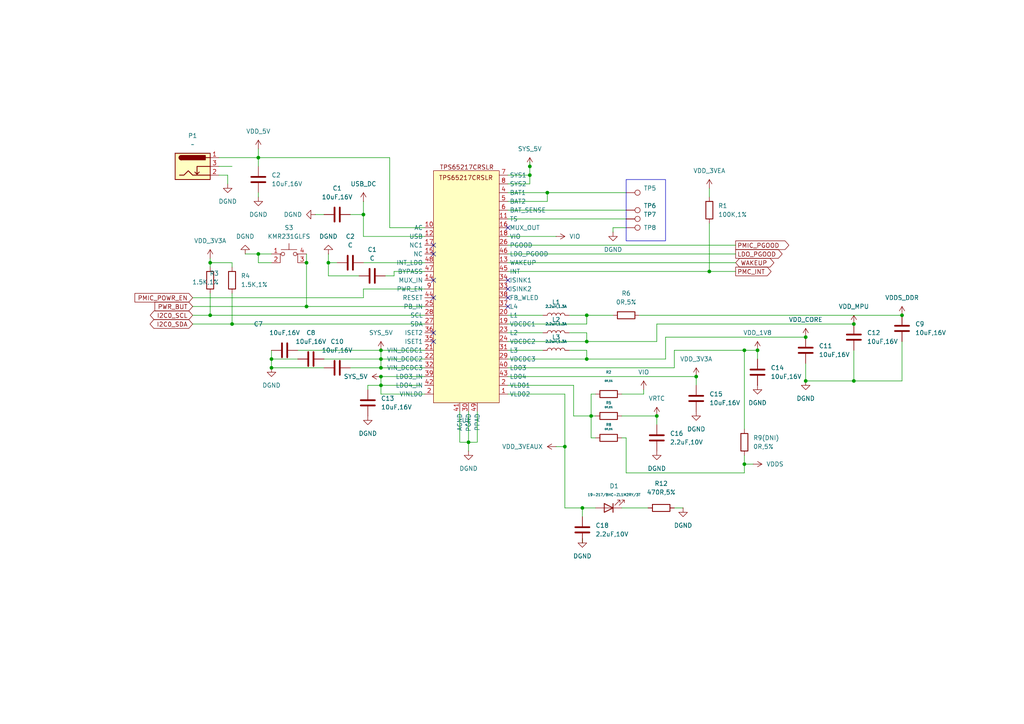
<source format=kicad_sch>
(kicad_sch (version 20231120) (generator "eeschema") (generator_version "8.0")
  (paper "A4")
  (lib_symbols
    (symbol "Connector:Barrel_Jack_Switch" (pin_names hide)
      (property "Reference" "J" (at 0 5.334 0))
      (property "Value" "Barrel_Jack_Switch" (at 0 -5.08 0))
      (symbol "Barrel_Jack_Switch_0_1"
        (rectangle (start -5.08 3.81) (end 5.08 -3.81) (stroke (width 0.254)) (fill (type background)))
        (arc (start -3.302 3.175) (mid -3.9343 2.54) (end -3.302 1.905) (stroke (width 0.254)))
        (arc (start -3.302 3.175) (mid -3.9343 2.54) (end -3.302 1.905) (stroke (width 0.254)) (fill (type outline)))
        (polyline (pts (xy 1.27 -2.286) (xy 1.905 -1.651)) (stroke (width 0.254)))
        (polyline (pts (xy 5.08 2.54) (xy 3.81 2.54)) (stroke (width 0.254)))
        (polyline (pts (xy 5.08 0) (xy 1.27 0) (xy 1.27 -2.286) (xy 0.635 -1.651)) (stroke (width 0.254)))
        (polyline (pts (xy -3.81 -2.54) (xy -2.54 -2.54) (xy -1.27 -1.27) (xy 0 -2.54) (xy 2.54 -2.54) (xy 5.08 -2.54)) (stroke (width 0.254)))
        (rectangle (start 3.683 3.175) (end -3.302 1.905) (stroke (width 0.254)) (fill (type outline)))
      )
      (symbol "Barrel_Jack_Switch_1_1"
        (pin passive line (at 7.62 2.54 180) (length 2.54) (name "~") (number "1"))
        (pin passive line (at 7.62 -2.54 180) (length 2.54) (name "~") (number "2"))
        (pin passive line (at 7.62 0 180) (length 2.54) (name "~") (number "3"))
      )
    )
    (symbol "Connector:TestPoint" (pin_numbers hide) (pin_names (offset 0.762) hide)
      (property "Reference" "TP" (at 0 6.858 0))
      (property "Value" "TestPoint" (at 0 5.08 0))
      (symbol "TestPoint_0_1"
        (circle (center 0 3.302) (radius 0.762))
      )
      (symbol "TestPoint_1_1"
        (pin passive line (at 0 0 90) (length 2.54) (name "1") (number "1"))
      )
    )
    (symbol "Device:C" (pin_numbers hide) (pin_names (offset 0.254))
      (property "Reference" "C" (at 0.635 2.54 0))
      (property "Value" "C" (at 0.635 -2.54 0))
      (symbol "C_0_1"
        (polyline (pts (xy -2.032 -0.762) (xy 2.032 -0.762)) (stroke (width 0.508)))
        (polyline (pts (xy -2.032 0.762) (xy 2.032 0.762)) (stroke (width 0.508)))
      )
      (symbol "C_1_1"
        (pin passive line (at 0 3.81 270) (length 2.794) (name "~") (number "1"))
        (pin passive line (at 0 -3.81 90) (length 2.794) (name "~") (number "2"))
      )
    )
    (symbol "Device:L" (pin_numbers hide) (pin_names (offset 1.016) hide)
      (property "Reference" "L" (at -1.27 0 90))
      (property "Value" "L" (at 1.905 0 90))
      (symbol "L_0_1"
        (arc (start 0 -2.54) (mid 0.6323 -1.905) (end 0 -1.27))
        (arc (start 0 -1.27) (mid 0.6323 -0.635) (end 0 0))
        (arc (start 0 0) (mid 0.6323 0.635) (end 0 1.27))
        (arc (start 0 1.27) (mid 0.6323 1.905) (end 0 2.54))
      )
      (symbol "L_1_1"
        (pin passive line (at 0 3.81 270) (length 1.27) (name "1") (number "1"))
        (pin passive line (at 0 -3.81 90) (length 1.27) (name "2") (number "2"))
      )
    )
    (symbol "Device:LED" (pin_numbers hide) (pin_names (offset 1.016) hide)
      (property "Reference" "D" (at 0 2.54 0))
      (property "Value" "LED" (at 0 -2.54 0))
      (symbol "LED_0_1"
        (polyline (pts (xy -1.27 -1.27) (xy -1.27 1.27)) (stroke (width 0.254)))
        (polyline (pts (xy -1.27 0) (xy 1.27 0)))
        (polyline (pts (xy 1.27 -1.27) (xy 1.27 1.27) (xy -1.27 0) (xy 1.27 -1.27)) (stroke (width 0.254)))
        (polyline (pts (xy -3.048 -0.762) (xy -4.572 -2.286) (xy -3.81 -2.286) (xy -4.572 -2.286) (xy -4.572 -1.524)))
        (polyline (pts (xy -1.778 -0.762) (xy -3.302 -2.286) (xy -2.54 -2.286) (xy -3.302 -2.286) (xy -3.302 -1.524)))
      )
      (symbol "LED_1_1"
        (pin passive line (at -3.81 0 0) (length 2.54) (name "K") (number "1"))
        (pin passive line (at 3.81 0 180) (length 2.54) (name "A") (number "2"))
      )
    )
    (symbol "Device:R" (pin_numbers hide) (pin_names (offset 0))
      (property "Reference" "R" (at 2.032 0 90))
      (property "Value" "R" (at 0 0 90))
      (symbol "R_0_1"
        (rectangle (start -1.016 -2.54) (end 1.016 2.54) (stroke (width 0.254)))
      )
      (symbol "R_1_1"
        (pin passive line (at 0 3.81 270) (length 1.27) (name "~") (number "1"))
        (pin passive line (at 0 -3.81 90) (length 1.27) (name "~") (number "2"))
      )
    )
    (symbol "Switch:SW_MEC_5E" (pin_names (offset 1.016) hide)
      (property "Reference" "SW" (at 0.635 5.715 0))
      (property "Value" "SW_MEC_5E" (at 0 -3.175 0))
      (symbol "SW_MEC_5E_0_1"
        (circle (center -1.778 2.54) (radius 0.508))
        (polyline (pts (xy -2.286 3.81) (xy 2.286 3.81)))
        (polyline (pts (xy 0 3.81) (xy 0 5.588)))
        (polyline (pts (xy -2.54 0) (xy -2.54 2.54) (xy -2.286 2.54)))
        (polyline (pts (xy 2.54 0) (xy 2.54 2.54) (xy 2.286 2.54)))
        (circle (center 1.778 2.54) (radius 0.508))
        (pin passive line (at -5.08 2.54 0) (length 2.54) (name "1") (number "1"))
        (pin passive line (at -5.08 0 0) (length 2.54) (name "2") (number "2"))
        (pin passive line (at 5.08 0 180) (length 2.54) (name "K") (number "3"))
        (pin passive line (at 5.08 2.54 180) (length 2.54) (name "A") (number "4"))
      )
    )
    (symbol "power:GND" (power) (pin_numbers hide) (pin_names (offset 0) hide)
      (property "Value" "DGND" (at 0 -5.08 0))
      (symbol "GND_0_1"
        (polyline (pts (xy 0 0) (xy 0 -1.27) (xy 1.27 -1.27) (xy 0 -2.54) (xy -1.27 -1.27) (xy 0 -1.27)))
      )
      (symbol "GND_1_1"
        (pin power_in line (at 0 0 270) (length 0) (name "~") (number "1"))
      )
    )
    (symbol "power:VCC" (power) (pin_numbers hide) (pin_names (offset 0) hide)
      (property "Value" "VCC" (at 0 3.556 0))
      (symbol "VCC_0_1"
        (polyline (pts (xy -0.762 1.27) (xy 0 2.54)))
        (polyline (pts (xy 0 0) (xy 0 2.54)))
        (polyline (pts (xy 0 2.54) (xy 0.762 1.27)))
      )
      (symbol "VCC_1_1"
        (pin power_in line (at 0 0 90) (length 0) (name "~") (number "1"))
      )
    )
    (symbol "power:VDD" (power) (pin_numbers hide) (pin_names (offset 0) hide)
      (property "Value" "VDD" (at 0 3.556 0))
      (symbol "VDD_0_1"
        (polyline (pts (xy -0.762 1.27) (xy 0 2.54)))
        (polyline (pts (xy 0 0) (xy 0 2.54)))
        (polyline (pts (xy 0 2.54) (xy 0.762 1.27)))
      )
      (symbol "VDD_1_1"
        (pin power_in line (at 0 0 90) (length 0) (name "~") (number "1"))
      )
    )
    (symbol "powermanagementchip:TPS65217CRSLR"
      (property "Reference" "U1" (at 9.525 -5.08 0))
      (property "Value" "~" (at 9.525 -6.35 0))
      (symbol "TPS65217CRSLR_1_1"
        (rectangle (start 0 67.31) (end 19.05 0) (fill (type color) (color 255 255 194 1)))
        (text "TPS65217CRSLR\n" (at 9.398 65.278 0) (effects (font (size 1.27 1.27))))
        (text "TPS65217CRSLR\n" (at 9.652 68.326 0) (effects (font (size 1.27 1.27))))
        (pin input line (at 19.05 2.54 0) (length 2.54) (name "VLD02") (number "1"))
        (pin input line (at 0 50.8 180) (length 2.54) (name "AC") (number "10"))
        (pin input line (at 19.05 53.34 0) (length 2.54) (name "TS") (number "11"))
        (pin input line (at 0 48.26 180) (length 2.54) (name "USB") (number "12"))
        (pin input line (at 19.05 40.64 0) (length 2.54) (name "WAKEUP") (number "13"))
        (pin input line (at 0 35.56 180) (length 2.54) (name "MUX_IN") (number "14"))
        (pin input line (at 0 43.18 180) (length 2.54) (name "NC") (number "15"))
        (pin input line (at 19.05 50.8 0) (length 2.54) (name "MUX_OUT") (number "16"))
        (pin input line (at 0 45.72 180) (length 2.54) (name "NC1") (number "17"))
        (pin input line (at 19.05 48.26 0) (length 2.54) (name "VIO") (number "18"))
        (pin input line (at 19.05 22.86 0) (length 2.54) (name "VDCDC1") (number "19"))
        (pin input line (at 0 2.54 180) (length 2.54) (name "VINLDO") (number "2"))
        (pin input line (at 19.05 5.08 0) (length 2.54) (name "VLD01") (number "2"))
        (pin input line (at 19.05 25.4 0) (length 2.54) (name "L1") (number "20"))
        (pin input line (at 0 15.24 180) (length 2.54) (name "VIN_DCDC1") (number "21"))
        (pin input line (at 0 12.7 180) (length 2.54) (name "VIN_DCDC2") (number "22"))
        (pin input line (at 19.05 20.32 0) (length 2.54) (name "L2") (number "23"))
        (pin input line (at 19.05 17.78 0) (length 2.54) (name "VDCDC2") (number "24"))
        (pin input line (at 0 27.94 180) (length 2.54) (name "PB_IN") (number "25"))
        (pin input line (at 19.05 45.72 0) (length 2.54) (name "PGOOD") (number "26"))
        (pin input line (at 0 22.86 180) (length 2.54) (name "SDA") (number "27"))
        (pin input line (at 0 25.4 180) (length 2.54) (name "SCL") (number "28"))
        (pin input line (at 19.05 12.7 0) (length 2.54) (name "VDCDC3") (number "29"))
        (pin input line (at 10.16 0 270) (length 2.54) (name "PGND") (number "30"))
        (pin input line (at 19.05 15.24 0) (length 2.54) (name "L3") (number "31"))
        (pin input line (at 0 10.16 180) (length 2.54) (name "VIN_DCDC3") (number "32"))
        (pin input line (at 19.05 33.02 0) (length 2.54) (name "ISINK2") (number "33"))
        (pin input line (at 19.05 35.56 0) (length 2.54) (name "ISINK1") (number "34"))
        (pin input line (at 0 17.78 180) (length 2.54) (name "ISET1") (number "35"))
        (pin input line (at 0 20.32 180) (length 2.54) (name "ISET2") (number "36"))
        (pin input line (at 19.05 27.94 0) (length 2.54) (name "L4") (number "37"))
        (pin input line (at 19.05 30.48 0) (length 2.54) (name "FB_WLED") (number "38"))
        (pin input line (at 0 7.62 180) (length 2.54) (name "LDO3_IN") (number "39"))
        (pin input line (at 19.05 60.96 0) (length 2.54) (name "BAT1") (number "4"))
        (pin input line (at 19.05 10.16 0) (length 2.54) (name "LD03") (number "40"))
        (pin input line (at 7.62 0 270) (length 2.54) (name "AGND") (number "41"))
        (pin input line (at 0 5.08 180) (length 2.54) (name "LDO4_IN") (number "42"))
        (pin input line (at 19.05 7.62 0) (length 2.54) (name "LD04") (number "43"))
        (pin input line (at 0 30.48 180) (length 2.54) (name "RESET") (number "44"))
        (pin input line (at 19.05 38.1 0) (length 2.54) (name "INT") (number "45"))
        (pin input line (at 19.05 43.18 0) (length 2.54) (name "LDO_PGOOD") (number "46"))
        (pin input line (at 0 38.1 180) (length 2.54) (name "BYPASS") (number "47"))
        (pin input line (at 0 40.64 180) (length 2.54) (name "INT_LDO") (number "48"))
        (pin input line (at 12.7 0 270) (length 2.54) (name "PPAD") (number "49"))
        (pin input line (at 19.05 58.42 0) (length 2.54) (name "BAT2") (number "5"))
        (pin input line (at 19.05 55.88 0) (length 2.54) (name "BAT_SENSE") (number "6"))
        (pin input line (at 19.05 66.04 0) (length 2.54) (name "SYS1") (number "7"))
        (pin input line (at 19.05 63.5 0) (length 2.54) (name "SYS2") (number "8"))
        (pin input line (at 0 33.02 180) (length 2.54) (name "PWR_EN") (number "9"))
      )
    )
  )
  (junction (at 233.68 110.49))
  (junction (at 233.68 97.79))
  (junction (at 190.5 120.65))
  (junction (at 219.71 101.6))
  (junction (at 247.65 110.49))
  (junction (at 74.93 45.72))
  (junction (at 78.74 106.68))
  (junction (at 170.18 91.44))
  (junction (at 171.45 120.65))
  (junction (at 135.89 128.27))
  (junction (at 170.18 99.06))
  (junction (at 215.9 134.62))
  (junction (at 201.93 109.22))
  (junction (at 261.62 91.44))
  (junction (at 110.49 101.6))
  (junction (at 110.49 111.76))
  (junction (at 105.41 62.23))
  (junction (at 153.67 48.26))
  (junction (at 60.96 91.44))
  (junction (at 153.67 50.8))
  (junction (at 163.83 129.54))
  (junction (at 78.74 104.14))
  (junction (at 110.49 106.68))
  (junction (at 60.96 76.2))
  (junction (at 158.75 55.88))
  (junction (at 88.9 76.2))
  (junction (at 74.93 73.66))
  (junction (at 170.18 104.14))
  (junction (at 205.74 78.74))
  (junction (at 67.31 93.98))
  (junction (at 247.65 93.98))
  (junction (at 110.49 109.22))
  (junction (at 95.25 76.2))
  (junction (at 110.49 104.14))
  (junction (at 88.9 88.9))
  (junction (at 215.9 101.6))
  (junction (at 168.91 147.32))
  (no_connect (at 125.73 71.12))
  (no_connect (at 147.32 86.36))
  (no_connect (at 147.32 88.9))
  (no_connect (at 147.32 81.28))
  (no_connect (at 125.73 96.52))
  (no_connect (at 125.73 73.66))
  (no_connect (at 125.73 99.06))
  (no_connect (at 125.73 86.36))
  (no_connect (at 147.32 66.04))
  (no_connect (at 125.73 81.28))
  (no_connect (at 147.32 83.82))
  (wire (pts (xy 147.32 106.68) (xy 195.58 106.68)))
  (wire (pts (xy 168.91 147.32) (xy 172.72 147.32)))
  (wire (pts (xy 67.31 76.2) (xy 60.96 76.2)))
  (wire (pts (xy 106.68 111.76) (xy 106.68 113.03)))
  (wire (pts (xy 95.25 76.2) (xy 97.79 76.2)))
  (wire (pts (xy 215.9 101.6) (xy 215.9 124.46)))
  (wire (pts (xy 171.45 120.65) (xy 172.72 120.65)))
  (wire (pts (xy 247.65 110.49) (xy 261.62 110.49)))
  (wire (pts (xy 78.74 104.14) (xy 86.36 104.14)))
  (wire (pts (xy 168.91 147.32) (xy 168.91 149.86)))
  (wire (pts (xy 88.9 88.9) (xy 123.19 88.9)))
  (wire (pts (xy 170.18 91.44) (xy 177.8 91.44)))
  (wire (pts (xy 219.71 101.6) (xy 219.71 104.14)))
  (wire (pts (xy 74.93 76.2) (xy 74.93 73.66)))
  (wire (pts (xy 147.32 91.44) (xy 157.48 91.44)))
  (wire (pts (xy 147.32 78.74) (xy 205.74 78.74)))
  (wire (pts (xy 185.42 91.44) (xy 261.62 91.44)))
  (wire (pts (xy 105.41 62.23) (xy 105.41 68.58)))
  (wire (pts (xy 93.98 106.68) (xy 78.74 106.68)))
  (wire (pts (xy 147.32 104.14) (xy 170.18 104.14)))
  (wire (pts (xy 180.34 114.3) (xy 186.69 114.3)))
  (wire (pts (xy 60.96 76.2) (xy 60.96 77.47)))
  (wire (pts (xy 180.34 120.65) (xy 190.5 120.65)))
  (wire (pts (xy 133.35 119.38) (xy 133.35 128.27)))
  (wire (pts (xy 166.37 111.76) (xy 166.37 120.65)))
  (wire (pts (xy 74.93 43.18) (xy 74.93 45.72)))
  (wire (pts (xy 78.74 76.2) (xy 74.93 76.2)))
  (wire (pts (xy 215.9 134.62) (xy 218.44 134.62)))
  (wire (pts (xy 55.88 86.36) (xy 105.41 86.36)))
  (wire (pts (xy 60.96 74.93) (xy 60.96 76.2)))
  (wire (pts (xy 170.18 104.14) (xy 193.04 104.14)))
  (wire (pts (xy 195.58 106.68) (xy 195.58 101.6)))
  (wire (pts (xy 88.9 73.66) (xy 88.9 76.2)))
  (wire (pts (xy 101.6 62.23) (xy 105.41 62.23)))
  (wire (pts (xy 153.67 50.8) (xy 153.67 53.34)))
  (wire (pts (xy 205.74 78.74) (xy 213.36 78.74)))
  (wire (pts (xy 193.04 97.79) (xy 233.68 97.79)))
  (wire (pts (xy 110.49 104.14) (xy 123.19 104.14)))
  (wire (pts (xy 158.75 55.88) (xy 181.61 55.88)))
  (wire (pts (xy 190.5 93.98) (xy 247.65 93.98)))
  (wire (pts (xy 247.65 101.6) (xy 247.65 110.49)))
  (wire (pts (xy 123.19 78.74) (xy 114.3 78.74)))
  (wire (pts (xy 177.8 66.04) (xy 177.8 67.31)))
  (wire (pts (xy 147.32 58.42) (xy 158.75 58.42)))
  (wire (pts (xy 153.67 48.26) (xy 153.67 50.8)))
  (wire (pts (xy 261.62 99.06) (xy 261.62 110.49)))
  (wire (pts (xy 67.31 77.47) (xy 67.31 76.2)))
  (wire (pts (xy 55.88 91.44) (xy 60.96 91.44)))
  (wire (pts (xy 101.6 106.68) (xy 110.49 106.68)))
  (wire (pts (xy 193.04 104.14) (xy 193.04 97.79)))
  (wire (pts (xy 114.3 78.74) (xy 114.3 80.01)))
  (wire (pts (xy 138.43 119.38) (xy 138.43 128.27)))
  (wire (pts (xy 205.74 54.61) (xy 205.74 57.15)))
  (wire (pts (xy 190.5 120.65) (xy 190.5 123.19)))
  (wire (pts (xy 195.58 101.6) (xy 215.9 101.6)))
  (wire (pts (xy 74.93 73.66) (xy 78.74 73.66)))
  (wire (pts (xy 123.19 66.04) (xy 113.03 66.04)))
  (wire (pts (xy 63.5 45.72) (xy 74.93 45.72)))
  (wire (pts (xy 215.9 134.62) (xy 215.9 137.16)))
  (wire (pts (xy 215.9 101.6) (xy 219.71 101.6)))
  (wire (pts (xy 233.68 105.41) (xy 233.68 110.49)))
  (wire (pts (xy 153.67 46.99) (xy 153.67 48.26)))
  (wire (pts (xy 67.31 85.09) (xy 67.31 93.98)))
  (wire (pts (xy 205.74 64.77) (xy 205.74 78.74)))
  (wire (pts (xy 147.32 53.34) (xy 153.67 53.34)))
  (wire (pts (xy 110.49 104.14) (xy 110.49 106.68)))
  (wire (pts (xy 105.41 83.82) (xy 123.19 83.82)))
  (wire (pts (xy 110.49 109.22) (xy 110.49 111.76)))
  (wire (pts (xy 195.58 147.32) (xy 198.12 147.32)))
  (wire (pts (xy 147.32 68.58) (xy 161.29 68.58)))
  (wire (pts (xy 170.18 99.06) (xy 190.5 99.06)))
  (wire (pts (xy 233.68 110.49) (xy 247.65 110.49)))
  (wire (pts (xy 135.89 119.38) (xy 135.89 128.27)))
  (wire (pts (xy 165.1 91.44) (xy 170.18 91.44)))
  (wire (pts (xy 104.14 80.01) (xy 95.25 80.01)))
  (wire (pts (xy 147.32 60.96) (xy 181.61 60.96)))
  (wire (pts (xy 147.32 76.2) (xy 213.36 76.2)))
  (wire (pts (xy 147.32 101.6) (xy 157.48 101.6)))
  (wire (pts (xy 168.91 157.48) (xy 168.91 156.21)))
  (wire (pts (xy 110.49 106.68) (xy 123.19 106.68)))
  (wire (pts (xy 186.69 113.03) (xy 186.69 114.3)))
  (wire (pts (xy 170.18 99.06) (xy 170.18 96.52)))
  (wire (pts (xy 88.9 76.2) (xy 88.9 88.9)))
  (wire (pts (xy 163.83 129.54) (xy 163.83 147.32)))
  (wire (pts (xy 181.61 66.04) (xy 177.8 66.04)))
  (wire (pts (xy 147.32 109.22) (xy 201.93 109.22)))
  (wire (pts (xy 78.74 101.6) (xy 78.74 104.14)))
  (wire (pts (xy 123.19 68.58) (xy 105.41 68.58)))
  (wire (pts (xy 67.31 93.98) (xy 123.19 93.98)))
  (wire (pts (xy 55.88 88.9) (xy 88.9 88.9)))
  (wire (pts (xy 147.32 93.98) (xy 170.18 93.98)))
  (wire (pts (xy 170.18 104.14) (xy 170.18 101.6)))
  (wire (pts (xy 113.03 45.72) (xy 74.93 45.72)))
  (wire (pts (xy 201.93 109.22) (xy 201.93 111.76)))
  (wire (pts (xy 165.1 96.52) (xy 170.18 96.52)))
  (wire (pts (xy 163.83 114.3) (xy 163.83 129.54)))
  (wire (pts (xy 163.83 147.32) (xy 168.91 147.32)))
  (wire (pts (xy 105.41 76.2) (xy 123.19 76.2)))
  (wire (pts (xy 147.32 55.88) (xy 158.75 55.88)))
  (wire (pts (xy 215.9 132.08) (xy 215.9 134.62)))
  (wire (pts (xy 55.88 93.98) (xy 67.31 93.98)))
  (wire (pts (xy 105.41 58.42) (xy 105.41 62.23)))
  (wire (pts (xy 78.74 104.14) (xy 78.74 106.68)))
  (wire (pts (xy 110.49 114.3) (xy 123.19 114.3)))
  (wire (pts (xy 135.89 128.27) (xy 138.43 128.27)))
  (wire (pts (xy 147.32 99.06) (xy 170.18 99.06)))
  (wire (pts (xy 171.45 114.3) (xy 172.72 114.3)))
  (wire (pts (xy 110.49 101.6) (xy 123.19 101.6)))
  (wire (pts (xy 171.45 127) (xy 171.45 120.65)))
  (wire (pts (xy 180.34 147.32) (xy 187.96 147.32)))
  (wire (pts (xy 110.49 101.6) (xy 110.49 104.14)))
  (wire (pts (xy 93.98 104.14) (xy 110.49 104.14)))
  (wire (pts (xy 147.32 71.12) (xy 213.36 71.12)))
  (wire (pts (xy 147.32 111.76) (xy 166.37 111.76)))
  (wire (pts (xy 147.32 96.52) (xy 157.48 96.52)))
  (wire (pts (xy 105.41 86.36) (xy 105.41 83.82)))
  (wire (pts (xy 190.5 99.06) (xy 190.5 93.98)))
  (wire (pts (xy 166.37 120.65) (xy 171.45 120.65)))
  (wire (pts (xy 60.96 85.09) (xy 60.96 91.44)))
  (wire (pts (xy 111.76 80.01) (xy 114.3 80.01)))
  (wire (pts (xy 181.61 127) (xy 181.61 137.16)))
  (wire (pts (xy 110.49 111.76) (xy 106.68 111.76)))
  (wire (pts (xy 66.04 50.8) (xy 66.04 53.34)))
  (wire (pts (xy 95.25 73.66) (xy 95.25 76.2)))
  (wire (pts (xy 113.03 66.04) (xy 113.03 45.72)))
  (wire (pts (xy 110.49 111.76) (xy 121.92 111.76)))
  (wire (pts (xy 110.49 111.76) (xy 110.49 114.3)))
  (wire (pts (xy 74.93 45.72) (xy 74.93 48.26)))
  (wire (pts (xy 95.25 80.01) (xy 95.25 76.2)))
  (wire (pts (xy 74.93 55.88) (xy 74.93 57.15)))
  (wire (pts (xy 63.5 50.8) (xy 66.04 50.8)))
  (wire (pts (xy 181.61 127) (xy 180.34 127)))
  (wire (pts (xy 171.45 120.65) (xy 171.45 114.3)))
  (wire (pts (xy 170.18 93.98) (xy 170.18 91.44)))
  (wire (pts (xy 181.61 137.16) (xy 215.9 137.16)))
  (wire (pts (xy 165.1 101.6) (xy 170.18 101.6)))
  (wire (pts (xy 147.32 50.8) (xy 153.67 50.8)))
  (wire (pts (xy 71.12 73.66) (xy 74.93 73.66)))
  (wire (pts (xy 147.32 114.3) (xy 163.83 114.3)))
  (wire (pts (xy 110.49 109.22) (xy 123.19 109.22)))
  (wire (pts (xy 161.29 129.54) (xy 163.83 129.54)))
  (wire (pts (xy 135.89 128.27) (xy 135.89 130.81)))
  (wire (pts (xy 86.36 101.6) (xy 110.49 101.6)))
  (wire (pts (xy 147.32 73.66) (xy 213.36 73.66)))
  (wire (pts (xy 158.75 58.42) (xy 158.75 55.88)))
  (wire (pts (xy 147.32 63.5) (xy 181.61 63.5)))
  (wire (pts (xy 60.96 91.44) (xy 123.19 91.44)))
  (wire (pts (xy 63.5 48.26) (xy 67.31 48.26)))
  (wire (pts (xy 171.45 127) (xy 172.72 127)))
  (wire (pts (xy 91.44 62.23) (xy 93.98 62.23)))
  (wire (pts (xy 133.35 128.27) (xy 135.89 128.27)))
  (rectangle (start 181.61 52.07) (end 193.04 69.85))
  (global_label "PWR_BUT" (shape input) (at 55.88 88.9 180) (property "Intersheetrefs" "${INTERSHEET_REFS}" (effects (hide yes))))
  (global_label "I2C0_SCL" (shape bidirectional) (at 55.88 91.44 180) (property "Intersheetrefs" "${INTERSHEET_REFS}" (effects (hide yes))))
  (global_label "LDO_PGOOD" (shape output) (at 213.36 73.66 0) (property "Intersheetrefs" "${INTERSHEET_REFS}" (effects (hide yes))))
  (global_label "PMIC_PGOOD " (shape output) (at 213.36 71.12 0) (property "Intersheetrefs" "${INTERSHEET_REFS}" (effects (hide yes))))
  (global_label "PMIC_POWR_EN" (shape input) (at 55.88 86.36 180) (property "Intersheetrefs" "${INTERSHEET_REFS}" (effects (hide yes))))
  (global_label "I2C0_SDA" (shape bidirectional) (at 55.88 93.98 180) (property "Intersheetrefs" "${INTERSHEET_REFS}" (effects (hide yes))))
  (global_label "PMC_INT" (shape output) (at 213.36 78.74 0) (property "Intersheetrefs" "${INTERSHEET_REFS}" (effects (hide yes))))
  (global_label "WAKEUP" (shape bidirectional) (at 213.36 76.2 0) (property "Intersheetrefs" "${INTERSHEET_REFS}" (effects (hide yes))))
  (symbol (lib_id "Device:C") (at 82.55 101.6 90) (unit 1)
    (property "Reference" "C7" (at 74.93 93.98 90))
    (property "Value" "10uF,16V" (at 82.55 96.52 90))
    (property "Description" "Unpolarized capacitor" (effects (hide yes)))
  )
  (symbol (lib_id "power:VDD") (at 110.49 109.22 90) (unit 1)
    (property "Reference" "#PWR018" (effects (hide yes)))
    (property "Value" "SYS_5V" (at 106.68 109.2199 90) (effects (justify left)))
    (property "Description" "Power symbol creates a global label with name \"VDD\"" (effects (hide yes)))
  )
  (symbol (lib_id "power:GND") (at 190.5 130.81 0) (unit 1)
    (property "Reference" "#PWR08" (effects (hide yes)))
    (property "Value" "DGND" (at 190.5 135.89 0))
    (property "Description" "Power symbol creates a global label with name \"GND\" , ground" (effects (hide yes)))
  )
  (symbol (lib_id "power:VCC") (at 161.29 68.58 270) (unit 1)
    (property "Reference" "#PWR04" (effects (hide yes)))
    (property "Value" "VIO" (at 165.1 68.5799 90) (effects (justify left)))
    (property "Description" "Power symbol creates a global label with name \"VCC\"" (effects (hide yes)))
  )
  (symbol (lib_id "power:VCC") (at 190.5 120.65 0) (unit 1)
    (property "Reference" "#PWR07" (effects (hide yes)))
    (property "Value" "VRTC" (at 190.5 115.57 0))
    (property "Description" "Power symbol creates a global label with name \"VCC\"" (effects (hide yes)))
  )
  (symbol (lib_id "Device:C") (at 106.68 116.84 0) (unit 1)
    (property "Reference" "C13" (at 110.49 115.5699 0) (effects (justify left)))
    (property "Value" "10uF,16V" (at 110.49 118.1099 0) (effects (justify left)))
    (property "Description" "Unpolarized capacitor" (effects (hide yes)))
  )
  (symbol (lib_id "power:VDD") (at 205.74 54.61 0) (unit 1)
    (property "Reference" "#PWR05" (effects (hide yes)))
    (property "Value" "VDD_3VEA" (at 205.74 49.53 0))
    (property "Description" "Power symbol creates a global label with name \"VDD\"" (effects (hide yes)))
  )
  (symbol (lib_id "Device:R") (at 176.53 127 90) (unit 1)
    (property "Reference" "R8" (at 176.53 123.19 90) (effects (font (size 0.762 0.762))))
    (property "Value" "0R,5%" (at 176.53 124.46 90) (effects (font (size 0.508 0.508))))
    (property "Description" "Resistor" (effects (hide yes)))
  )
  (symbol (lib_id "power:VCC") (at 201.93 109.22 0) (unit 1)
    (property "Reference" "#PWR09" (effects (hide yes)))
    (property "Value" "VDD_3V3A" (at 201.93 104.14 0))
    (property "Description" "Power symbol creates a global label with name \"VCC\"" (effects (hide yes)))
  )
  (symbol (lib_id "power:GND") (at 177.8 67.31 0) (unit 1)
    (property "Reference" "#PWR03" (effects (hide yes)))
    (property "Value" "DGND" (at 177.8 72.39 0))
    (property "Description" "Power symbol creates a global label with name \"GND\" , ground" (effects (hide yes)))
  )
  (symbol (lib_id "Connector:TestPoint") (at 181.61 55.88 270) (unit 1)
    (property "Reference" "TP5" (at 186.69 54.6099 90) (effects (justify left)))
    (property "Value" "TestPoint" (effects (hide yes)))
    (property "Description" "test point" (effects (hide yes)))
  )
  (symbol (lib_id "Device:R") (at 60.96 81.28 0) (unit 1)
    (property "Reference" "R3" (at 63.5 80.0099 0) (effects (justify right bottom)))
    (property "Value" "1.5K,1%" (at 63.5 82.5499 0) (effects (justify right bottom)))
    (property "Description" "Resistor" (effects (hide yes)))
  )
  (symbol (lib_id "power:GND") (at 74.93 57.15 0) (unit 1)
    (property "Reference" "#PWR028" (effects (hide yes)))
    (property "Value" "DGND" (at 74.93 62.23 0))
    (property "Description" "Power symbol creates a global label with name \"GND\" , ground" (effects (hide yes)))
  )
  (symbol (lib_id "Device:C") (at 74.93 52.07 180) (unit 1)
    (property "Reference" "C2" (at 78.74 50.7999 0) (effects (justify right)))
    (property "Value" "10uF,16V" (at 78.74 53.3399 0) (effects (justify right)))
    (property "Description" "Unpolarized capacitor" (effects (hide yes)))
  )
  (symbol (lib_id "powermanagementchip:TPS65217CRSLR") (at 125.73 116.84 0) (unit 1)
    (property "Reference" "U1" (at 135.255 121.92 0))
    (property "Value" "~" (at 135.255 123.19 0))
  )
  (symbol (lib_id "Device:C") (at 107.95 80.01 90) (unit 1)
    (property "Reference" "C1" (at 107.95 72.39 90))
    (property "Value" "C" (at 107.95 74.93 90))
    (property "Description" "Unpolarized capacitor" (effects (hide yes)))
  )
  (symbol (lib_id "power:VDD") (at 161.29 129.54 90) (unit 1)
    (property "Reference" "#PWR030" (effects (hide yes)))
    (property "Value" "VDD_3VEAUX" (at 157.48 129.5399 90) (effects (justify left)))
    (property "Description" "Power symbol creates a global label with name \"VDD\"" (effects (hide yes)))
  )
  (symbol (lib_id "Device:C") (at 201.93 115.57 0) (unit 1)
    (property "Reference" "C15" (at 205.74 114.2999 0) (effects (justify left)))
    (property "Value" "10uF,16V" (at 205.74 116.8399 0) (effects (justify left)))
    (property "Description" "Unpolarized capacitor" (effects (hide yes)))
  )
  (symbol (lib_id "power:VCC") (at 153.67 48.26 0) (unit 1)
    (property "Reference" "#PWR02" (effects (hide yes)))
    (property "Value" "SYS_5V" (at 153.67 43.18 0))
    (property "Description" "Power symbol creates a global label with name \"VCC\"" (effects (hide yes)))
  )
  (symbol (lib_id "power:VDD") (at 60.96 74.93 0) (unit 1)
    (property "Reference" "#PWR023" (effects (hide yes)))
    (property "Value" "VDD_3V3A" (at 60.96 69.85 0))
    (property "Description" "Power symbol creates a global label with name \"VDD\"" (effects (hide yes)))
  )
  (symbol (lib_id "Device:R") (at 191.77 147.32 270) (unit 1)
    (property "Reference" "R12" (at 191.77 140.97 90) (effects (justify bottom)))
    (property "Value" "470R,5%" (at 191.77 143.51 90) (effects (justify bottom)))
    (property "Description" "Resistor" (effects (hide yes)))
  )
  (symbol (lib_id "Connector:Barrel_Jack_Switch") (at 55.88 48.26 0) (unit 1)
    (property "Reference" "P1" (at 55.88 39.37 0))
    (property "Value" "~" (at 55.88 41.91 0))
    (property "Description" "DC Barrel Jack with an internal switch" (effects (hide yes)))
  )
  (symbol (lib_id "power:GND") (at 106.68 120.65 0) (unit 1)
    (property "Reference" "#PWR019" (effects (hide yes)))
    (property "Value" "DGND" (at 106.68 125.73 0))
    (property "Description" "Power symbol creates a global label with name \"GND\" , ground" (effects (hide yes)))
  )
  (symbol (lib_id "power:VCC") (at 219.71 101.6 0) (unit 1)
    (property "Reference" "#PWR011" (effects (hide yes)))
    (property "Value" "VDD_1V8" (at 219.71 96.52 0))
    (property "Description" "Power symbol creates a global label with name \"VCC\"" (effects (hide yes)))
  )
  (symbol (lib_id "Connector:TestPoint") (at 181.61 63.5 270) (unit 1)
    (property "Reference" "TP7" (at 186.69 62.2299 90) (effects (justify left)))
    (property "Value" "TestPoint" (effects (hide yes)))
    (property "Description" "test point" (effects (hide yes)))
  )
  (symbol (lib_id "Device:L") (at 161.29 101.6 90) (unit 1)
    (property "Reference" "L3" (at 161.29 97.79 90))
    (property "Value" "2.2uH,1.3A" (at 161.29 99.06 90) (effects (font (size 0.762 0.762))))
    (property "Description" "Inductor" (effects (hide yes)))
  )
  (symbol (lib_id "power:GND") (at 66.04 53.34 0) (unit 1)
    (property "Reference" "#PWR029" (effects (hide yes)))
    (property "Value" "DGND" (at 66.04 58.42 0))
    (property "Description" "Power symbol creates a global label with name \"GND\" , ground" (effects (hide yes)))
  )
  (symbol (lib_id "Device:R") (at 181.61 91.44 90) (unit 1)
    (property "Reference" "R6" (at 181.61 85.09 90))
    (property "Value" "0R,5%" (at 181.61 87.63 90))
    (property "Description" "Resistor" (effects (hide yes)))
  )
  (symbol (lib_id "power:GND") (at 135.89 130.81 0) (unit 1)
    (property "Reference" "#PWR01" (effects (hide yes)))
    (property "Value" "DGND" (at 135.89 135.89 0))
    (property "Description" "Power symbol creates a global label with name \"GND\" , ground" (effects (hide yes)))
  )
  (symbol (lib_id "Device:C") (at 247.65 97.79 0) (unit 1)
    (property "Reference" "C12" (at 251.46 96.5199 0) (effects (justify left)))
    (property "Value" "10uF,16V" (at 251.46 99.0599 0) (effects (justify left)))
    (property "Description" "Unpolarized capacitor" (effects (hide yes)))
  )
  (symbol (lib_id "Device:C") (at 233.68 101.6 0) (unit 1)
    (property "Reference" "C11" (at 237.49 100.3299 0) (effects (justify left)))
    (property "Value" "10uF,16V" (at 237.49 102.8699 0) (effects (justify left)))
    (property "Description" "Unpolarized capacitor" (effects (hide yes)))
  )
  (symbol (lib_id "Device:C") (at 261.62 95.25 0) (unit 1)
    (property "Reference" "C9" (at 265.43 93.9799 0) (effects (justify left)))
    (property "Value" "10uF,16V" (at 265.43 96.5199 0) (effects (justify left)))
    (property "Description" "Unpolarized capacitor" (effects (hide yes)))
  )
  (symbol (lib_id "Device:R") (at 205.74 60.96 0) (unit 1)
    (property "Reference" "R1" (at 208.28 59.6899 0) (effects (justify left)))
    (property "Value" "100K,1%" (at 208.28 62.2299 0) (effects (justify left)))
    (property "Description" "Resistor" (effects (hide yes)))
  )
  (symbol (lib_id "Device:C") (at 219.71 107.95 0) (unit 1)
    (property "Reference" "C14" (at 223.52 106.6799 0) (effects (justify left)))
    (property "Value" "10uF,16V" (at 223.52 109.2199 0) (effects (justify left)))
    (property "Description" "Unpolarized capacitor" (effects (hide yes)))
  )
  (symbol (lib_id "Connector:TestPoint") (at 181.61 66.04 270) (unit 1)
    (property "Reference" "TP8" (at 186.69 66.0399 90) (effects (justify left)))
    (property "Value" "TestPoint" (effects (hide yes)))
    (property "Description" "test point" (effects (hide yes)))
  )
  (symbol (lib_id "Switch:SW_MEC_5E") (at 83.82 76.2 0) (unit 1)
    (property "Reference" "S3" (at 83.82 66.04 0))
    (property "Value" "KMR231GLFS" (at 83.82 68.58 0))
    (property "Datasheet" "http://www.apem.com/int/index.php?controller=attachment&id_attachment=1371" (effects (hide yes)))
    (property "Description" "MEC 5E single pole normally-open tactile switch" (effects (hide yes)))
  )
  (symbol (lib_id "Device:C") (at 97.79 62.23 90) (unit 1)
    (property "Reference" "C1" (at 97.79 54.61 90))
    (property "Value" "10uF,16V" (at 97.79 57.15 90))
    (property "Description" "Unpolarized capacitor" (effects (hide yes)))
  )
  (symbol (lib_id "power:GND") (at 198.12 147.32 0) (unit 1)
    (property "Reference" "#PWR032" (effects (hide yes)))
    (property "Value" "DGND" (at 198.12 152.4 0))
    (property "Description" "Power symbol creates a global label with name \"GND\" , ground" (effects (hide yes)))
  )
  (symbol (lib_id "power:VCC") (at 261.62 91.44 0) (unit 1)
    (property "Reference" "#PWR016" (effects (hide yes)))
    (property "Value" "VDDS_DDR" (at 261.62 86.36 0))
    (property "Description" "Power symbol creates a global label with name \"VCC\"" (effects (hide yes)))
  )
  (symbol (lib_id "Device:C") (at 190.5 127 0) (unit 1)
    (property "Reference" "C16" (at 194.31 125.7299 0) (effects (justify left)))
    (property "Value" "2.2uF,10V" (at 194.31 128.2699 0) (effects (justify left)))
    (property "Description" "Unpolarized capacitor" (effects (hide yes)))
  )
  (symbol (lib_id "Connector:TestPoint") (at 181.61 60.96 270) (unit 1)
    (property "Reference" "TP6" (at 186.69 59.6899 90) (effects (justify left)))
    (property "Value" "TestPoint" (effects (hide yes)))
    (property "Description" "test point" (effects (hide yes)))
  )
  (symbol (lib_id "power:GND") (at 91.44 62.23 270) (unit 1)
    (property "Reference" "#PWR026" (effects (hide yes)))
    (property "Value" "DGND" (at 87.63 62.2299 90) (effects (justify right)))
    (property "Description" "Power symbol creates a global label with name \"GND\" , ground" (effects (hide yes)))
  )
  (symbol (lib_id "Device:R") (at 176.53 114.3 90) (unit 1)
    (property "Reference" "R2" (at 176.53 107.95 90) (effects (font (size 0.762 0.762))))
    (property "Value" "0R,5%" (at 176.53 110.49 90) (effects (font (size 0.508 0.508))))
    (property "Description" "Resistor" (effects (hide yes)))
  )
  (symbol (lib_id "power:VCC") (at 186.69 113.03 0) (unit 1)
    (property "Reference" "#PWR06" (effects (hide yes)))
    (property "Value" "VIO" (at 186.69 107.95 0))
    (property "Description" "Power symbol creates a global label with name \"VCC\"" (effects (hide yes)))
  )
  (symbol (lib_id "power:GND") (at 71.12 73.66 180) (unit 1)
    (property "Reference" "#PWR022" (effects (hide yes)))
    (property "Value" "DGND" (at 71.12 68.58 0))
    (property "Description" "Power symbol creates a global label with name \"GND\" , ground" (effects (hide yes)))
  )
  (symbol (lib_id "Device:R") (at 176.53 120.65 90) (unit 1)
    (property "Reference" "R5" (at 176.53 116.84 90) (effects (font (size 0.762 0.762))))
    (property "Value" "0R,5%" (at 176.53 118.11 90) (effects (font (size 0.508 0.508))))
    (property "Description" "Resistor" (effects (hide yes)))
  )
  (symbol (lib_id "power:GND") (at 233.68 110.49 0) (unit 1)
    (property "Reference" "#PWR017" (effects (hide yes)))
    (property "Value" "DGND" (at 233.68 115.57 0))
    (property "Description" "Power symbol creates a global label with name \"GND\" , ground" (effects (hide yes)))
  )
  (symbol (lib_id "Device:L") (at 161.29 96.52 90) (unit 1)
    (property "Reference" "L2" (at 161.29 92.71 90))
    (property "Value" "2.2uH,1.3A" (at 161.29 93.98 90) (effects (font (size 0.762 0.762))))
    (property "Description" "Inductor" (effects (hide yes)))
  )
  (symbol (lib_id "power:VCC") (at 233.68 97.79 0) (unit 1)
    (property "Reference" "#PWR014" (effects (hide yes)))
    (property "Value" "VDD_CORE" (at 233.68 92.71 0))
    (property "Description" "Power symbol creates a global label with name \"VCC\"" (effects (hide yes)))
  )
  (symbol (lib_id "power:VDD") (at 110.49 101.6 0) (unit 1)
    (property "Reference" "#PWR020" (effects (hide yes)))
    (property "Value" "SYS_5V" (at 110.49 96.52 0))
    (property "Description" "Power symbol creates a global label with name \"VDD\"" (effects (hide yes)))
  )
  (symbol (lib_id "Device:C") (at 97.79 106.68 270) (unit 1)
    (property "Reference" "C10" (at 97.79 99.06 90))
    (property "Value" "10uF,16V" (at 97.79 101.6 90))
    (property "Description" "Unpolarized capacitor" (effects (hide yes)))
  )
  (symbol (lib_id "Device:LED") (at 176.53 147.32 180) (unit 1)
    (property "Reference" "D1" (at 178.1175 140.97 0))
    (property "Value" "19-217/BHC-ZL1M2RY/3T" (at 178.1175 143.51 0) (effects (font (size 0.7366 0.7366))))
    (property "Description" "Light emitting diode" (effects (hide yes)))
  )
  (symbol (lib_id "Device:R") (at 215.9 128.27 0) (unit 1)
    (property "Reference" "R9(DNI)" (at 218.44 126.9999 0) (effects (justify left)))
    (property "Value" "0R,5%" (at 218.44 129.5399 0) (effects (justify left)))
    (property "Description" "Resistor" (effects (hide yes)))
  )
  (symbol (lib_id "power:GND") (at 95.25 73.66 180) (unit 1)
    (property "Reference" "#PWR024" (effects (hide yes)))
    (property "Value" "DGND" (at 95.25 68.58 0))
    (property "Description" "Power symbol creates a global label with name \"GND\" , ground" (effects (hide yes)))
  )
  (symbol (lib_id "power:GND") (at 219.71 111.76 0) (unit 1)
    (property "Reference" "#PWR012" (effects (hide yes)))
    (property "Value" "DGND" (at 219.71 116.84 0))
    (property "Description" "Power symbol creates a global label with name \"GND\" , ground" (effects (hide yes)))
  )
  (symbol (lib_id "Device:C") (at 101.6 76.2 90) (unit 1)
    (property "Reference" "C2" (at 101.6 68.58 90))
    (property "Value" "C" (at 101.6 71.12 90))
    (property "Description" "Unpolarized capacitor" (effects (hide yes)))
  )
  (symbol (lib_id "Device:C") (at 168.91 153.67 0) (unit 1)
    (property "Reference" "C18" (at 172.72 152.3999 0) (effects (justify left)))
    (property "Value" "2.2uF,10V" (at 172.72 154.9399 0) (effects (justify left)))
    (property "Description" "Unpolarized capacitor" (effects (hide yes)))
  )
  (symbol (lib_id "power:GND") (at 168.91 156.21 0) (unit 1)
    (property "Reference" "#PWR031" (effects (hide yes)))
    (property "Value" "DGND" (at 168.91 161.29 0))
    (property "Description" "Power symbol creates a global label with name \"GND\" , ground" (effects (hide yes)))
  )
  (symbol (lib_id "power:GND") (at 78.74 106.68 0) (unit 1)
    (property "Reference" "#PWR021" (effects (hide yes)))
    (property "Value" "DGND" (at 78.74 111.76 0))
    (property "Description" "Power symbol creates a global label with name \"GND\" , ground" (effects (hide yes)))
  )
  (symbol (lib_id "Device:C") (at 90.17 104.14 90) (unit 1)
    (property "Reference" "C8" (at 90.17 96.52 90))
    (property "Value" "10uF,16V" (at 90.17 99.06 90))
    (property "Description" "Unpolarized capacitor" (effects (hide yes)))
  )
  (symbol (lib_id "Device:R") (at 67.31 81.28 0) (unit 1)
    (property "Reference" "R4" (at 69.85 80.0099 0) (effects (justify left)))
    (property "Value" "1.5K,1%" (at 69.85 82.5499 0) (effects (justify left)))
    (property "Description" "Resistor" (effects (hide yes)))
  )
  (symbol (lib_id "power:VDD") (at 105.41 58.42 0) (unit 1)
    (property "Reference" "#PWR025" (effects (hide yes)))
    (property "Value" "USB_DC" (at 105.41 53.34 0))
    (property "Description" "Power symbol creates a global label with name \"VDD\"" (effects (hide yes)))
  )
  (symbol (lib_id "power:VCC") (at 218.44 134.62 270) (unit 1)
    (property "Reference" "#PWR013" (effects (hide yes)))
    (property "Value" "VDDS" (at 222.25 134.6199 90) (effects (justify left)))
    (property "Description" "Power symbol creates a global label with name \"VCC\"" (effects (hide yes)))
  )
  (symbol (lib_id "power:VCC") (at 247.65 93.98 0) (unit 1)
    (property "Reference" "#PWR015" (effects (hide yes)))
    (property "Value" "VDD_MPU" (at 247.65 88.9 0))
    (property "Description" "Power symbol creates a global label with name \"VCC\"" (effects (hide yes)))
  )
  (symbol (lib_id "power:VDD") (at 74.93 43.18 0) (unit 1)
    (property "Reference" "#PWR027" (effects (hide yes)))
    (property "Value" "VDD_5V" (at 74.93 38.1 0))
    (property "Description" "Power symbol creates a global label with name \"VDD\"" (effects (hide yes)))
  )
  (symbol (lib_id "power:GND") (at 201.93 119.38 0) (unit 1)
    (property "Reference" "#PWR010" (effects (hide yes)))
    (property "Value" "DGND" (at 201.93 124.46 0))
    (property "Description" "Power symbol creates a global label with name \"GND\" , ground" (effects (hide yes)))
  )
  (symbol (lib_id "Device:L") (at 161.29 91.44 90) (unit 1)
    (property "Reference" "L1" (at 161.29 87.63 90))
    (property "Value" "2.2uH,1.3A" (at 161.29 88.9 90) (effects (font (size 0.762 0.762))))
    (property "Description" "Inductor" (effects (hide yes)))
  )
)
</source>
